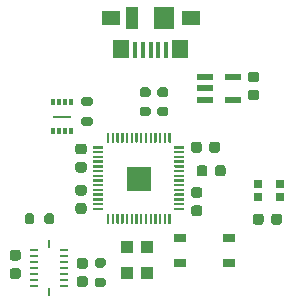
<source format=gbr>
%TF.GenerationSoftware,KiCad,Pcbnew,(5.1.10)-1*%
%TF.CreationDate,2021-10-26T10:29:25+05:30*%
%TF.ProjectId,RP2040+BMI,52503230-3430-42b4-924d-492e6b696361,rev?*%
%TF.SameCoordinates,Original*%
%TF.FileFunction,Paste,Top*%
%TF.FilePolarity,Positive*%
%FSLAX46Y46*%
G04 Gerber Fmt 4.6, Leading zero omitted, Abs format (unit mm)*
G04 Created by KiCad (PCBNEW (5.1.10)-1) date 2021-10-26 10:29:25*
%MOMM*%
%LPD*%
G01*
G04 APERTURE LIST*
%ADD10C,0.010000*%
%ADD11R,0.980000X1.100000*%
%ADD12R,0.700000X0.700000*%
%ADD13R,1.050000X0.650000*%
%ADD14R,1.600000X0.200000*%
%ADD15R,0.350000X0.490000*%
%ADD16R,0.250000X0.675000*%
%ADD17R,0.675000X0.250000*%
%ADD18R,1.350000X0.600000*%
%ADD19R,1.000000X1.900000*%
%ADD20R,1.800000X1.900000*%
%ADD21R,1.650000X1.300000*%
%ADD22R,1.425000X1.550000*%
%ADD23R,0.450000X1.380000*%
G04 APERTURE END LIST*
D10*
%TO.C,U1*%
G36*
X183020000Y-104020000D02*
G01*
X184980000Y-104020000D01*
X184980000Y-105980000D01*
X183020000Y-105980000D01*
X183020000Y-104020000D01*
G37*
X183020000Y-104020000D02*
X184980000Y-104020000D01*
X184980000Y-105980000D01*
X183020000Y-105980000D01*
X183020000Y-104020000D01*
%TD*%
D11*
%TO.C,U5*%
X183000000Y-110870000D03*
X183000000Y-113070000D03*
X184700000Y-113070000D03*
X184700000Y-110870000D03*
%TD*%
D12*
%TO.C,D1*%
X195925000Y-105490000D03*
X194095000Y-106590000D03*
X195925000Y-106590000D03*
X194095000Y-105490000D03*
%TD*%
D13*
%TO.C,SW1*%
X187505000Y-110065000D03*
X191655000Y-110065000D03*
X187505000Y-112215000D03*
X191655000Y-112215000D03*
%TD*%
D14*
%TO.C,U2*%
X177480000Y-99810000D03*
D15*
X178230000Y-101030000D03*
X177730000Y-101030000D03*
X177230000Y-101030000D03*
X176730000Y-101030000D03*
X176730000Y-98590000D03*
X177230000Y-98590000D03*
X177730000Y-98590000D03*
X178230000Y-98590000D03*
%TD*%
D16*
%TO.C,U4*%
X176360000Y-114622500D03*
D17*
X175097500Y-112610000D03*
X175097500Y-113110000D03*
X175097500Y-113610000D03*
X175097500Y-114110000D03*
X175097500Y-112110000D03*
X175097500Y-111610000D03*
X175097500Y-111110000D03*
X177622500Y-113610000D03*
X177622500Y-114110000D03*
X177622500Y-113110000D03*
X177622500Y-111110000D03*
X177622500Y-111610000D03*
D16*
X176360000Y-110597500D03*
D17*
X177622500Y-112610000D03*
X177622500Y-112110000D03*
%TD*%
D18*
%TO.C,U3*%
X189615000Y-96450000D03*
X189615000Y-97400000D03*
X189615000Y-98350000D03*
X191985000Y-98350000D03*
X191985000Y-96450000D03*
%TD*%
%TO.C,U1*%
G36*
G01*
X187015000Y-102494000D02*
X187015000Y-102306000D01*
G75*
G02*
X187021000Y-102300000I6000J0D01*
G01*
X187849000Y-102300000D01*
G75*
G02*
X187855000Y-102306000I0J-6000D01*
G01*
X187855000Y-102494000D01*
G75*
G02*
X187849000Y-102500000I-6000J0D01*
G01*
X187021000Y-102500000D01*
G75*
G02*
X187015000Y-102494000I0J6000D01*
G01*
G37*
G36*
G01*
X187015000Y-102894000D02*
X187015000Y-102706000D01*
G75*
G02*
X187021000Y-102700000I6000J0D01*
G01*
X187849000Y-102700000D01*
G75*
G02*
X187855000Y-102706000I0J-6000D01*
G01*
X187855000Y-102894000D01*
G75*
G02*
X187849000Y-102900000I-6000J0D01*
G01*
X187021000Y-102900000D01*
G75*
G02*
X187015000Y-102894000I0J6000D01*
G01*
G37*
G36*
G01*
X187015000Y-103294000D02*
X187015000Y-103106000D01*
G75*
G02*
X187021000Y-103100000I6000J0D01*
G01*
X187849000Y-103100000D01*
G75*
G02*
X187855000Y-103106000I0J-6000D01*
G01*
X187855000Y-103294000D01*
G75*
G02*
X187849000Y-103300000I-6000J0D01*
G01*
X187021000Y-103300000D01*
G75*
G02*
X187015000Y-103294000I0J6000D01*
G01*
G37*
G36*
G01*
X187015000Y-103694000D02*
X187015000Y-103506000D01*
G75*
G02*
X187021000Y-103500000I6000J0D01*
G01*
X187849000Y-103500000D01*
G75*
G02*
X187855000Y-103506000I0J-6000D01*
G01*
X187855000Y-103694000D01*
G75*
G02*
X187849000Y-103700000I-6000J0D01*
G01*
X187021000Y-103700000D01*
G75*
G02*
X187015000Y-103694000I0J6000D01*
G01*
G37*
G36*
G01*
X187015000Y-104094000D02*
X187015000Y-103906000D01*
G75*
G02*
X187021000Y-103900000I6000J0D01*
G01*
X187849000Y-103900000D01*
G75*
G02*
X187855000Y-103906000I0J-6000D01*
G01*
X187855000Y-104094000D01*
G75*
G02*
X187849000Y-104100000I-6000J0D01*
G01*
X187021000Y-104100000D01*
G75*
G02*
X187015000Y-104094000I0J6000D01*
G01*
G37*
G36*
G01*
X187015000Y-104494000D02*
X187015000Y-104306000D01*
G75*
G02*
X187021000Y-104300000I6000J0D01*
G01*
X187849000Y-104300000D01*
G75*
G02*
X187855000Y-104306000I0J-6000D01*
G01*
X187855000Y-104494000D01*
G75*
G02*
X187849000Y-104500000I-6000J0D01*
G01*
X187021000Y-104500000D01*
G75*
G02*
X187015000Y-104494000I0J6000D01*
G01*
G37*
G36*
G01*
X187015000Y-104894000D02*
X187015000Y-104706000D01*
G75*
G02*
X187021000Y-104700000I6000J0D01*
G01*
X187849000Y-104700000D01*
G75*
G02*
X187855000Y-104706000I0J-6000D01*
G01*
X187855000Y-104894000D01*
G75*
G02*
X187849000Y-104900000I-6000J0D01*
G01*
X187021000Y-104900000D01*
G75*
G02*
X187015000Y-104894000I0J6000D01*
G01*
G37*
G36*
G01*
X187015000Y-105294000D02*
X187015000Y-105106000D01*
G75*
G02*
X187021000Y-105100000I6000J0D01*
G01*
X187849000Y-105100000D01*
G75*
G02*
X187855000Y-105106000I0J-6000D01*
G01*
X187855000Y-105294000D01*
G75*
G02*
X187849000Y-105300000I-6000J0D01*
G01*
X187021000Y-105300000D01*
G75*
G02*
X187015000Y-105294000I0J6000D01*
G01*
G37*
G36*
G01*
X187015000Y-105694000D02*
X187015000Y-105506000D01*
G75*
G02*
X187021000Y-105500000I6000J0D01*
G01*
X187849000Y-105500000D01*
G75*
G02*
X187855000Y-105506000I0J-6000D01*
G01*
X187855000Y-105694000D01*
G75*
G02*
X187849000Y-105700000I-6000J0D01*
G01*
X187021000Y-105700000D01*
G75*
G02*
X187015000Y-105694000I0J6000D01*
G01*
G37*
G36*
G01*
X187015000Y-106094000D02*
X187015000Y-105906000D01*
G75*
G02*
X187021000Y-105900000I6000J0D01*
G01*
X187849000Y-105900000D01*
G75*
G02*
X187855000Y-105906000I0J-6000D01*
G01*
X187855000Y-106094000D01*
G75*
G02*
X187849000Y-106100000I-6000J0D01*
G01*
X187021000Y-106100000D01*
G75*
G02*
X187015000Y-106094000I0J6000D01*
G01*
G37*
G36*
G01*
X187015000Y-106494000D02*
X187015000Y-106306000D01*
G75*
G02*
X187021000Y-106300000I6000J0D01*
G01*
X187849000Y-106300000D01*
G75*
G02*
X187855000Y-106306000I0J-6000D01*
G01*
X187855000Y-106494000D01*
G75*
G02*
X187849000Y-106500000I-6000J0D01*
G01*
X187021000Y-106500000D01*
G75*
G02*
X187015000Y-106494000I0J6000D01*
G01*
G37*
G36*
G01*
X187015000Y-106894000D02*
X187015000Y-106706000D01*
G75*
G02*
X187021000Y-106700000I6000J0D01*
G01*
X187849000Y-106700000D01*
G75*
G02*
X187855000Y-106706000I0J-6000D01*
G01*
X187855000Y-106894000D01*
G75*
G02*
X187849000Y-106900000I-6000J0D01*
G01*
X187021000Y-106900000D01*
G75*
G02*
X187015000Y-106894000I0J6000D01*
G01*
G37*
G36*
G01*
X187015000Y-107294000D02*
X187015000Y-107106000D01*
G75*
G02*
X187021000Y-107100000I6000J0D01*
G01*
X187849000Y-107100000D01*
G75*
G02*
X187855000Y-107106000I0J-6000D01*
G01*
X187855000Y-107294000D01*
G75*
G02*
X187849000Y-107300000I-6000J0D01*
G01*
X187021000Y-107300000D01*
G75*
G02*
X187015000Y-107294000I0J6000D01*
G01*
G37*
G36*
G01*
X187015000Y-107694000D02*
X187015000Y-107506000D01*
G75*
G02*
X187021000Y-107500000I6000J0D01*
G01*
X187849000Y-107500000D01*
G75*
G02*
X187855000Y-107506000I0J-6000D01*
G01*
X187855000Y-107694000D01*
G75*
G02*
X187849000Y-107700000I-6000J0D01*
G01*
X187021000Y-107700000D01*
G75*
G02*
X187015000Y-107694000I0J6000D01*
G01*
G37*
G36*
G01*
X180145000Y-107694000D02*
X180145000Y-107506000D01*
G75*
G02*
X180151000Y-107500000I6000J0D01*
G01*
X180979000Y-107500000D01*
G75*
G02*
X180985000Y-107506000I0J-6000D01*
G01*
X180985000Y-107694000D01*
G75*
G02*
X180979000Y-107700000I-6000J0D01*
G01*
X180151000Y-107700000D01*
G75*
G02*
X180145000Y-107694000I0J6000D01*
G01*
G37*
G36*
G01*
X180145000Y-107294000D02*
X180145000Y-107106000D01*
G75*
G02*
X180151000Y-107100000I6000J0D01*
G01*
X180979000Y-107100000D01*
G75*
G02*
X180985000Y-107106000I0J-6000D01*
G01*
X180985000Y-107294000D01*
G75*
G02*
X180979000Y-107300000I-6000J0D01*
G01*
X180151000Y-107300000D01*
G75*
G02*
X180145000Y-107294000I0J6000D01*
G01*
G37*
G36*
G01*
X180145000Y-106894000D02*
X180145000Y-106706000D01*
G75*
G02*
X180151000Y-106700000I6000J0D01*
G01*
X180979000Y-106700000D01*
G75*
G02*
X180985000Y-106706000I0J-6000D01*
G01*
X180985000Y-106894000D01*
G75*
G02*
X180979000Y-106900000I-6000J0D01*
G01*
X180151000Y-106900000D01*
G75*
G02*
X180145000Y-106894000I0J6000D01*
G01*
G37*
G36*
G01*
X180145000Y-106494000D02*
X180145000Y-106306000D01*
G75*
G02*
X180151000Y-106300000I6000J0D01*
G01*
X180979000Y-106300000D01*
G75*
G02*
X180985000Y-106306000I0J-6000D01*
G01*
X180985000Y-106494000D01*
G75*
G02*
X180979000Y-106500000I-6000J0D01*
G01*
X180151000Y-106500000D01*
G75*
G02*
X180145000Y-106494000I0J6000D01*
G01*
G37*
G36*
G01*
X180145000Y-106094000D02*
X180145000Y-105906000D01*
G75*
G02*
X180151000Y-105900000I6000J0D01*
G01*
X180979000Y-105900000D01*
G75*
G02*
X180985000Y-105906000I0J-6000D01*
G01*
X180985000Y-106094000D01*
G75*
G02*
X180979000Y-106100000I-6000J0D01*
G01*
X180151000Y-106100000D01*
G75*
G02*
X180145000Y-106094000I0J6000D01*
G01*
G37*
G36*
G01*
X180145000Y-105694000D02*
X180145000Y-105506000D01*
G75*
G02*
X180151000Y-105500000I6000J0D01*
G01*
X180979000Y-105500000D01*
G75*
G02*
X180985000Y-105506000I0J-6000D01*
G01*
X180985000Y-105694000D01*
G75*
G02*
X180979000Y-105700000I-6000J0D01*
G01*
X180151000Y-105700000D01*
G75*
G02*
X180145000Y-105694000I0J6000D01*
G01*
G37*
G36*
G01*
X180145000Y-105294000D02*
X180145000Y-105106000D01*
G75*
G02*
X180151000Y-105100000I6000J0D01*
G01*
X180979000Y-105100000D01*
G75*
G02*
X180985000Y-105106000I0J-6000D01*
G01*
X180985000Y-105294000D01*
G75*
G02*
X180979000Y-105300000I-6000J0D01*
G01*
X180151000Y-105300000D01*
G75*
G02*
X180145000Y-105294000I0J6000D01*
G01*
G37*
G36*
G01*
X180145000Y-104894000D02*
X180145000Y-104706000D01*
G75*
G02*
X180151000Y-104700000I6000J0D01*
G01*
X180979000Y-104700000D01*
G75*
G02*
X180985000Y-104706000I0J-6000D01*
G01*
X180985000Y-104894000D01*
G75*
G02*
X180979000Y-104900000I-6000J0D01*
G01*
X180151000Y-104900000D01*
G75*
G02*
X180145000Y-104894000I0J6000D01*
G01*
G37*
G36*
G01*
X180145000Y-104494000D02*
X180145000Y-104306000D01*
G75*
G02*
X180151000Y-104300000I6000J0D01*
G01*
X180979000Y-104300000D01*
G75*
G02*
X180985000Y-104306000I0J-6000D01*
G01*
X180985000Y-104494000D01*
G75*
G02*
X180979000Y-104500000I-6000J0D01*
G01*
X180151000Y-104500000D01*
G75*
G02*
X180145000Y-104494000I0J6000D01*
G01*
G37*
G36*
G01*
X180145000Y-104094000D02*
X180145000Y-103906000D01*
G75*
G02*
X180151000Y-103900000I6000J0D01*
G01*
X180979000Y-103900000D01*
G75*
G02*
X180985000Y-103906000I0J-6000D01*
G01*
X180985000Y-104094000D01*
G75*
G02*
X180979000Y-104100000I-6000J0D01*
G01*
X180151000Y-104100000D01*
G75*
G02*
X180145000Y-104094000I0J6000D01*
G01*
G37*
G36*
G01*
X180145000Y-103694000D02*
X180145000Y-103506000D01*
G75*
G02*
X180151000Y-103500000I6000J0D01*
G01*
X180979000Y-103500000D01*
G75*
G02*
X180985000Y-103506000I0J-6000D01*
G01*
X180985000Y-103694000D01*
G75*
G02*
X180979000Y-103700000I-6000J0D01*
G01*
X180151000Y-103700000D01*
G75*
G02*
X180145000Y-103694000I0J6000D01*
G01*
G37*
G36*
G01*
X180145000Y-103294000D02*
X180145000Y-103106000D01*
G75*
G02*
X180151000Y-103100000I6000J0D01*
G01*
X180979000Y-103100000D01*
G75*
G02*
X180985000Y-103106000I0J-6000D01*
G01*
X180985000Y-103294000D01*
G75*
G02*
X180979000Y-103300000I-6000J0D01*
G01*
X180151000Y-103300000D01*
G75*
G02*
X180145000Y-103294000I0J6000D01*
G01*
G37*
G36*
G01*
X180145000Y-102894000D02*
X180145000Y-102706000D01*
G75*
G02*
X180151000Y-102700000I6000J0D01*
G01*
X180979000Y-102700000D01*
G75*
G02*
X180985000Y-102706000I0J-6000D01*
G01*
X180985000Y-102894000D01*
G75*
G02*
X180979000Y-102900000I-6000J0D01*
G01*
X180151000Y-102900000D01*
G75*
G02*
X180145000Y-102894000I0J6000D01*
G01*
G37*
G36*
G01*
X180145000Y-102494000D02*
X180145000Y-102306000D01*
G75*
G02*
X180151000Y-102300000I6000J0D01*
G01*
X180979000Y-102300000D01*
G75*
G02*
X180985000Y-102306000I0J-6000D01*
G01*
X180985000Y-102494000D01*
G75*
G02*
X180979000Y-102500000I-6000J0D01*
G01*
X180151000Y-102500000D01*
G75*
G02*
X180145000Y-102494000I0J6000D01*
G01*
G37*
G36*
G01*
X181300000Y-101965000D02*
X181300000Y-101165000D01*
G75*
G02*
X181320000Y-101145000I20000J0D01*
G01*
X181480000Y-101145000D01*
G75*
G02*
X181500000Y-101165000I0J-20000D01*
G01*
X181500000Y-101965000D01*
G75*
G02*
X181480000Y-101985000I-20000J0D01*
G01*
X181320000Y-101985000D01*
G75*
G02*
X181300000Y-101965000I0J20000D01*
G01*
G37*
G36*
G01*
X181700000Y-101965000D02*
X181700000Y-101165000D01*
G75*
G02*
X181720000Y-101145000I20000J0D01*
G01*
X181880000Y-101145000D01*
G75*
G02*
X181900000Y-101165000I0J-20000D01*
G01*
X181900000Y-101965000D01*
G75*
G02*
X181880000Y-101985000I-20000J0D01*
G01*
X181720000Y-101985000D01*
G75*
G02*
X181700000Y-101965000I0J20000D01*
G01*
G37*
G36*
G01*
X182100000Y-101965000D02*
X182100000Y-101165000D01*
G75*
G02*
X182120000Y-101145000I20000J0D01*
G01*
X182280000Y-101145000D01*
G75*
G02*
X182300000Y-101165000I0J-20000D01*
G01*
X182300000Y-101965000D01*
G75*
G02*
X182280000Y-101985000I-20000J0D01*
G01*
X182120000Y-101985000D01*
G75*
G02*
X182100000Y-101965000I0J20000D01*
G01*
G37*
G36*
G01*
X182500000Y-101965000D02*
X182500000Y-101165000D01*
G75*
G02*
X182520000Y-101145000I20000J0D01*
G01*
X182680000Y-101145000D01*
G75*
G02*
X182700000Y-101165000I0J-20000D01*
G01*
X182700000Y-101965000D01*
G75*
G02*
X182680000Y-101985000I-20000J0D01*
G01*
X182520000Y-101985000D01*
G75*
G02*
X182500000Y-101965000I0J20000D01*
G01*
G37*
G36*
G01*
X182900000Y-101965000D02*
X182900000Y-101165000D01*
G75*
G02*
X182920000Y-101145000I20000J0D01*
G01*
X183080000Y-101145000D01*
G75*
G02*
X183100000Y-101165000I0J-20000D01*
G01*
X183100000Y-101965000D01*
G75*
G02*
X183080000Y-101985000I-20000J0D01*
G01*
X182920000Y-101985000D01*
G75*
G02*
X182900000Y-101965000I0J20000D01*
G01*
G37*
G36*
G01*
X183300000Y-101965000D02*
X183300000Y-101165000D01*
G75*
G02*
X183320000Y-101145000I20000J0D01*
G01*
X183480000Y-101145000D01*
G75*
G02*
X183500000Y-101165000I0J-20000D01*
G01*
X183500000Y-101965000D01*
G75*
G02*
X183480000Y-101985000I-20000J0D01*
G01*
X183320000Y-101985000D01*
G75*
G02*
X183300000Y-101965000I0J20000D01*
G01*
G37*
G36*
G01*
X183700000Y-101965000D02*
X183700000Y-101165000D01*
G75*
G02*
X183720000Y-101145000I20000J0D01*
G01*
X183880000Y-101145000D01*
G75*
G02*
X183900000Y-101165000I0J-20000D01*
G01*
X183900000Y-101965000D01*
G75*
G02*
X183880000Y-101985000I-20000J0D01*
G01*
X183720000Y-101985000D01*
G75*
G02*
X183700000Y-101965000I0J20000D01*
G01*
G37*
G36*
G01*
X184100000Y-101965000D02*
X184100000Y-101165000D01*
G75*
G02*
X184120000Y-101145000I20000J0D01*
G01*
X184280000Y-101145000D01*
G75*
G02*
X184300000Y-101165000I0J-20000D01*
G01*
X184300000Y-101965000D01*
G75*
G02*
X184280000Y-101985000I-20000J0D01*
G01*
X184120000Y-101985000D01*
G75*
G02*
X184100000Y-101965000I0J20000D01*
G01*
G37*
G36*
G01*
X184500000Y-101965000D02*
X184500000Y-101165000D01*
G75*
G02*
X184520000Y-101145000I20000J0D01*
G01*
X184680000Y-101145000D01*
G75*
G02*
X184700000Y-101165000I0J-20000D01*
G01*
X184700000Y-101965000D01*
G75*
G02*
X184680000Y-101985000I-20000J0D01*
G01*
X184520000Y-101985000D01*
G75*
G02*
X184500000Y-101965000I0J20000D01*
G01*
G37*
G36*
G01*
X184900000Y-101965000D02*
X184900000Y-101165000D01*
G75*
G02*
X184920000Y-101145000I20000J0D01*
G01*
X185080000Y-101145000D01*
G75*
G02*
X185100000Y-101165000I0J-20000D01*
G01*
X185100000Y-101965000D01*
G75*
G02*
X185080000Y-101985000I-20000J0D01*
G01*
X184920000Y-101985000D01*
G75*
G02*
X184900000Y-101965000I0J20000D01*
G01*
G37*
G36*
G01*
X185300000Y-101965000D02*
X185300000Y-101165000D01*
G75*
G02*
X185320000Y-101145000I20000J0D01*
G01*
X185480000Y-101145000D01*
G75*
G02*
X185500000Y-101165000I0J-20000D01*
G01*
X185500000Y-101965000D01*
G75*
G02*
X185480000Y-101985000I-20000J0D01*
G01*
X185320000Y-101985000D01*
G75*
G02*
X185300000Y-101965000I0J20000D01*
G01*
G37*
G36*
G01*
X185700000Y-101965000D02*
X185700000Y-101165000D01*
G75*
G02*
X185720000Y-101145000I20000J0D01*
G01*
X185880000Y-101145000D01*
G75*
G02*
X185900000Y-101165000I0J-20000D01*
G01*
X185900000Y-101965000D01*
G75*
G02*
X185880000Y-101985000I-20000J0D01*
G01*
X185720000Y-101985000D01*
G75*
G02*
X185700000Y-101965000I0J20000D01*
G01*
G37*
G36*
G01*
X186100000Y-101965000D02*
X186100000Y-101165000D01*
G75*
G02*
X186120000Y-101145000I20000J0D01*
G01*
X186280000Y-101145000D01*
G75*
G02*
X186300000Y-101165000I0J-20000D01*
G01*
X186300000Y-101965000D01*
G75*
G02*
X186280000Y-101985000I-20000J0D01*
G01*
X186120000Y-101985000D01*
G75*
G02*
X186100000Y-101965000I0J20000D01*
G01*
G37*
G36*
G01*
X186500000Y-101965000D02*
X186500000Y-101165000D01*
G75*
G02*
X186520000Y-101145000I20000J0D01*
G01*
X186680000Y-101145000D01*
G75*
G02*
X186700000Y-101165000I0J-20000D01*
G01*
X186700000Y-101965000D01*
G75*
G02*
X186680000Y-101985000I-20000J0D01*
G01*
X186520000Y-101985000D01*
G75*
G02*
X186500000Y-101965000I0J20000D01*
G01*
G37*
G36*
G01*
X186500000Y-108835000D02*
X186500000Y-108035000D01*
G75*
G02*
X186520000Y-108015000I20000J0D01*
G01*
X186680000Y-108015000D01*
G75*
G02*
X186700000Y-108035000I0J-20000D01*
G01*
X186700000Y-108835000D01*
G75*
G02*
X186680000Y-108855000I-20000J0D01*
G01*
X186520000Y-108855000D01*
G75*
G02*
X186500000Y-108835000I0J20000D01*
G01*
G37*
G36*
G01*
X186100000Y-108835000D02*
X186100000Y-108035000D01*
G75*
G02*
X186120000Y-108015000I20000J0D01*
G01*
X186280000Y-108015000D01*
G75*
G02*
X186300000Y-108035000I0J-20000D01*
G01*
X186300000Y-108835000D01*
G75*
G02*
X186280000Y-108855000I-20000J0D01*
G01*
X186120000Y-108855000D01*
G75*
G02*
X186100000Y-108835000I0J20000D01*
G01*
G37*
G36*
G01*
X185700000Y-108835000D02*
X185700000Y-108035000D01*
G75*
G02*
X185720000Y-108015000I20000J0D01*
G01*
X185880000Y-108015000D01*
G75*
G02*
X185900000Y-108035000I0J-20000D01*
G01*
X185900000Y-108835000D01*
G75*
G02*
X185880000Y-108855000I-20000J0D01*
G01*
X185720000Y-108855000D01*
G75*
G02*
X185700000Y-108835000I0J20000D01*
G01*
G37*
G36*
G01*
X185300000Y-108835000D02*
X185300000Y-108035000D01*
G75*
G02*
X185320000Y-108015000I20000J0D01*
G01*
X185480000Y-108015000D01*
G75*
G02*
X185500000Y-108035000I0J-20000D01*
G01*
X185500000Y-108835000D01*
G75*
G02*
X185480000Y-108855000I-20000J0D01*
G01*
X185320000Y-108855000D01*
G75*
G02*
X185300000Y-108835000I0J20000D01*
G01*
G37*
G36*
G01*
X184900000Y-108835000D02*
X184900000Y-108035000D01*
G75*
G02*
X184920000Y-108015000I20000J0D01*
G01*
X185080000Y-108015000D01*
G75*
G02*
X185100000Y-108035000I0J-20000D01*
G01*
X185100000Y-108835000D01*
G75*
G02*
X185080000Y-108855000I-20000J0D01*
G01*
X184920000Y-108855000D01*
G75*
G02*
X184900000Y-108835000I0J20000D01*
G01*
G37*
G36*
G01*
X184500000Y-108835000D02*
X184500000Y-108035000D01*
G75*
G02*
X184520000Y-108015000I20000J0D01*
G01*
X184680000Y-108015000D01*
G75*
G02*
X184700000Y-108035000I0J-20000D01*
G01*
X184700000Y-108835000D01*
G75*
G02*
X184680000Y-108855000I-20000J0D01*
G01*
X184520000Y-108855000D01*
G75*
G02*
X184500000Y-108835000I0J20000D01*
G01*
G37*
G36*
G01*
X184100000Y-108835000D02*
X184100000Y-108035000D01*
G75*
G02*
X184120000Y-108015000I20000J0D01*
G01*
X184280000Y-108015000D01*
G75*
G02*
X184300000Y-108035000I0J-20000D01*
G01*
X184300000Y-108835000D01*
G75*
G02*
X184280000Y-108855000I-20000J0D01*
G01*
X184120000Y-108855000D01*
G75*
G02*
X184100000Y-108835000I0J20000D01*
G01*
G37*
G36*
G01*
X183700000Y-108835000D02*
X183700000Y-108035000D01*
G75*
G02*
X183720000Y-108015000I20000J0D01*
G01*
X183880000Y-108015000D01*
G75*
G02*
X183900000Y-108035000I0J-20000D01*
G01*
X183900000Y-108835000D01*
G75*
G02*
X183880000Y-108855000I-20000J0D01*
G01*
X183720000Y-108855000D01*
G75*
G02*
X183700000Y-108835000I0J20000D01*
G01*
G37*
G36*
G01*
X183300000Y-108835000D02*
X183300000Y-108035000D01*
G75*
G02*
X183320000Y-108015000I20000J0D01*
G01*
X183480000Y-108015000D01*
G75*
G02*
X183500000Y-108035000I0J-20000D01*
G01*
X183500000Y-108835000D01*
G75*
G02*
X183480000Y-108855000I-20000J0D01*
G01*
X183320000Y-108855000D01*
G75*
G02*
X183300000Y-108835000I0J20000D01*
G01*
G37*
G36*
G01*
X182900000Y-108835000D02*
X182900000Y-108035000D01*
G75*
G02*
X182920000Y-108015000I20000J0D01*
G01*
X183080000Y-108015000D01*
G75*
G02*
X183100000Y-108035000I0J-20000D01*
G01*
X183100000Y-108835000D01*
G75*
G02*
X183080000Y-108855000I-20000J0D01*
G01*
X182920000Y-108855000D01*
G75*
G02*
X182900000Y-108835000I0J20000D01*
G01*
G37*
G36*
G01*
X182500000Y-108835000D02*
X182500000Y-108035000D01*
G75*
G02*
X182520000Y-108015000I20000J0D01*
G01*
X182680000Y-108015000D01*
G75*
G02*
X182700000Y-108035000I0J-20000D01*
G01*
X182700000Y-108835000D01*
G75*
G02*
X182680000Y-108855000I-20000J0D01*
G01*
X182520000Y-108855000D01*
G75*
G02*
X182500000Y-108835000I0J20000D01*
G01*
G37*
G36*
G01*
X182100000Y-108835000D02*
X182100000Y-108035000D01*
G75*
G02*
X182120000Y-108015000I20000J0D01*
G01*
X182280000Y-108015000D01*
G75*
G02*
X182300000Y-108035000I0J-20000D01*
G01*
X182300000Y-108835000D01*
G75*
G02*
X182280000Y-108855000I-20000J0D01*
G01*
X182120000Y-108855000D01*
G75*
G02*
X182100000Y-108835000I0J20000D01*
G01*
G37*
G36*
G01*
X181700000Y-108835000D02*
X181700000Y-108035000D01*
G75*
G02*
X181720000Y-108015000I20000J0D01*
G01*
X181880000Y-108015000D01*
G75*
G02*
X181900000Y-108035000I0J-20000D01*
G01*
X181900000Y-108835000D01*
G75*
G02*
X181880000Y-108855000I-20000J0D01*
G01*
X181720000Y-108855000D01*
G75*
G02*
X181700000Y-108835000I0J20000D01*
G01*
G37*
G36*
G01*
X181300000Y-108835000D02*
X181300000Y-108035000D01*
G75*
G02*
X181320000Y-108015000I20000J0D01*
G01*
X181480000Y-108015000D01*
G75*
G02*
X181500000Y-108035000I0J-20000D01*
G01*
X181500000Y-108835000D01*
G75*
G02*
X181480000Y-108855000I-20000J0D01*
G01*
X181320000Y-108855000D01*
G75*
G02*
X181300000Y-108835000I0J20000D01*
G01*
G37*
%TD*%
%TO.C,R6*%
G36*
G01*
X180445000Y-113425000D02*
X180995000Y-113425000D01*
G75*
G02*
X181195000Y-113625000I0J-200000D01*
G01*
X181195000Y-114025000D01*
G75*
G02*
X180995000Y-114225000I-200000J0D01*
G01*
X180445000Y-114225000D01*
G75*
G02*
X180245000Y-114025000I0J200000D01*
G01*
X180245000Y-113625000D01*
G75*
G02*
X180445000Y-113425000I200000J0D01*
G01*
G37*
G36*
G01*
X180445000Y-111775000D02*
X180995000Y-111775000D01*
G75*
G02*
X181195000Y-111975000I0J-200000D01*
G01*
X181195000Y-112375000D01*
G75*
G02*
X180995000Y-112575000I-200000J0D01*
G01*
X180445000Y-112575000D01*
G75*
G02*
X180245000Y-112375000I0J200000D01*
G01*
X180245000Y-111975000D01*
G75*
G02*
X180445000Y-111775000I200000J0D01*
G01*
G37*
%TD*%
%TO.C,R5*%
G36*
G01*
X175155000Y-108175000D02*
X175155000Y-108725000D01*
G75*
G02*
X174955000Y-108925000I-200000J0D01*
G01*
X174555000Y-108925000D01*
G75*
G02*
X174355000Y-108725000I0J200000D01*
G01*
X174355000Y-108175000D01*
G75*
G02*
X174555000Y-107975000I200000J0D01*
G01*
X174955000Y-107975000D01*
G75*
G02*
X175155000Y-108175000I0J-200000D01*
G01*
G37*
G36*
G01*
X176805000Y-108175000D02*
X176805000Y-108725000D01*
G75*
G02*
X176605000Y-108925000I-200000J0D01*
G01*
X176205000Y-108925000D01*
G75*
G02*
X176005000Y-108725000I0J200000D01*
G01*
X176005000Y-108175000D01*
G75*
G02*
X176205000Y-107975000I200000J0D01*
G01*
X176605000Y-107975000D01*
G75*
G02*
X176805000Y-108175000I0J-200000D01*
G01*
G37*
%TD*%
%TO.C,R4*%
G36*
G01*
X185755000Y-98975000D02*
X186305000Y-98975000D01*
G75*
G02*
X186505000Y-99175000I0J-200000D01*
G01*
X186505000Y-99575000D01*
G75*
G02*
X186305000Y-99775000I-200000J0D01*
G01*
X185755000Y-99775000D01*
G75*
G02*
X185555000Y-99575000I0J200000D01*
G01*
X185555000Y-99175000D01*
G75*
G02*
X185755000Y-98975000I200000J0D01*
G01*
G37*
G36*
G01*
X185755000Y-97325000D02*
X186305000Y-97325000D01*
G75*
G02*
X186505000Y-97525000I0J-200000D01*
G01*
X186505000Y-97925000D01*
G75*
G02*
X186305000Y-98125000I-200000J0D01*
G01*
X185755000Y-98125000D01*
G75*
G02*
X185555000Y-97925000I0J200000D01*
G01*
X185555000Y-97525000D01*
G75*
G02*
X185755000Y-97325000I200000J0D01*
G01*
G37*
%TD*%
%TO.C,R3*%
G36*
G01*
X184255000Y-98975000D02*
X184805000Y-98975000D01*
G75*
G02*
X185005000Y-99175000I0J-200000D01*
G01*
X185005000Y-99575000D01*
G75*
G02*
X184805000Y-99775000I-200000J0D01*
G01*
X184255000Y-99775000D01*
G75*
G02*
X184055000Y-99575000I0J200000D01*
G01*
X184055000Y-99175000D01*
G75*
G02*
X184255000Y-98975000I200000J0D01*
G01*
G37*
G36*
G01*
X184255000Y-97325000D02*
X184805000Y-97325000D01*
G75*
G02*
X185005000Y-97525000I0J-200000D01*
G01*
X185005000Y-97925000D01*
G75*
G02*
X184805000Y-98125000I-200000J0D01*
G01*
X184255000Y-98125000D01*
G75*
G02*
X184055000Y-97925000I0J200000D01*
G01*
X184055000Y-97525000D01*
G75*
G02*
X184255000Y-97325000I200000J0D01*
G01*
G37*
%TD*%
%TO.C,R1*%
G36*
G01*
X179335000Y-99785000D02*
X179885000Y-99785000D01*
G75*
G02*
X180085000Y-99985000I0J-200000D01*
G01*
X180085000Y-100385000D01*
G75*
G02*
X179885000Y-100585000I-200000J0D01*
G01*
X179335000Y-100585000D01*
G75*
G02*
X179135000Y-100385000I0J200000D01*
G01*
X179135000Y-99985000D01*
G75*
G02*
X179335000Y-99785000I200000J0D01*
G01*
G37*
G36*
G01*
X179335000Y-98135000D02*
X179885000Y-98135000D01*
G75*
G02*
X180085000Y-98335000I0J-200000D01*
G01*
X180085000Y-98735000D01*
G75*
G02*
X179885000Y-98935000I-200000J0D01*
G01*
X179335000Y-98935000D01*
G75*
G02*
X179135000Y-98735000I0J200000D01*
G01*
X179135000Y-98335000D01*
G75*
G02*
X179335000Y-98135000I200000J0D01*
G01*
G37*
%TD*%
D19*
%TO.C,J1*%
X183460000Y-91450000D03*
D20*
X186160000Y-91450000D03*
D21*
X181635000Y-91450000D03*
X188385000Y-91450000D03*
D22*
X182522500Y-94025000D03*
X187497500Y-94025000D03*
D23*
X183710000Y-94110000D03*
X184360000Y-94110000D03*
X185010000Y-94110000D03*
X185660000Y-94110000D03*
X186310000Y-94110000D03*
%TD*%
%TO.C,C20*%
G36*
G01*
X178850000Y-103625000D02*
X179350000Y-103625000D01*
G75*
G02*
X179575000Y-103850000I0J-225000D01*
G01*
X179575000Y-104300000D01*
G75*
G02*
X179350000Y-104525000I-225000J0D01*
G01*
X178850000Y-104525000D01*
G75*
G02*
X178625000Y-104300000I0J225000D01*
G01*
X178625000Y-103850000D01*
G75*
G02*
X178850000Y-103625000I225000J0D01*
G01*
G37*
G36*
G01*
X178850000Y-102075000D02*
X179350000Y-102075000D01*
G75*
G02*
X179575000Y-102300000I0J-225000D01*
G01*
X179575000Y-102750000D01*
G75*
G02*
X179350000Y-102975000I-225000J0D01*
G01*
X178850000Y-102975000D01*
G75*
G02*
X178625000Y-102750000I0J225000D01*
G01*
X178625000Y-102300000D01*
G75*
G02*
X178850000Y-102075000I225000J0D01*
G01*
G37*
%TD*%
%TO.C,C17*%
G36*
G01*
X178950000Y-113315000D02*
X179450000Y-113315000D01*
G75*
G02*
X179675000Y-113540000I0J-225000D01*
G01*
X179675000Y-113990000D01*
G75*
G02*
X179450000Y-114215000I-225000J0D01*
G01*
X178950000Y-114215000D01*
G75*
G02*
X178725000Y-113990000I0J225000D01*
G01*
X178725000Y-113540000D01*
G75*
G02*
X178950000Y-113315000I225000J0D01*
G01*
G37*
G36*
G01*
X178950000Y-111765000D02*
X179450000Y-111765000D01*
G75*
G02*
X179675000Y-111990000I0J-225000D01*
G01*
X179675000Y-112440000D01*
G75*
G02*
X179450000Y-112665000I-225000J0D01*
G01*
X178950000Y-112665000D01*
G75*
G02*
X178725000Y-112440000I0J225000D01*
G01*
X178725000Y-111990000D01*
G75*
G02*
X178950000Y-111765000I225000J0D01*
G01*
G37*
%TD*%
%TO.C,C16*%
G36*
G01*
X188650000Y-107315000D02*
X189150000Y-107315000D01*
G75*
G02*
X189375000Y-107540000I0J-225000D01*
G01*
X189375000Y-107990000D01*
G75*
G02*
X189150000Y-108215000I-225000J0D01*
G01*
X188650000Y-108215000D01*
G75*
G02*
X188425000Y-107990000I0J225000D01*
G01*
X188425000Y-107540000D01*
G75*
G02*
X188650000Y-107315000I225000J0D01*
G01*
G37*
G36*
G01*
X188650000Y-105765000D02*
X189150000Y-105765000D01*
G75*
G02*
X189375000Y-105990000I0J-225000D01*
G01*
X189375000Y-106440000D01*
G75*
G02*
X189150000Y-106665000I-225000J0D01*
G01*
X188650000Y-106665000D01*
G75*
G02*
X188425000Y-106440000I0J225000D01*
G01*
X188425000Y-105990000D01*
G75*
G02*
X188650000Y-105765000I225000J0D01*
G01*
G37*
%TD*%
%TO.C,C14*%
G36*
G01*
X173780000Y-111975000D02*
X173280000Y-111975000D01*
G75*
G02*
X173055000Y-111750000I0J225000D01*
G01*
X173055000Y-111300000D01*
G75*
G02*
X173280000Y-111075000I225000J0D01*
G01*
X173780000Y-111075000D01*
G75*
G02*
X174005000Y-111300000I0J-225000D01*
G01*
X174005000Y-111750000D01*
G75*
G02*
X173780000Y-111975000I-225000J0D01*
G01*
G37*
G36*
G01*
X173780000Y-113525000D02*
X173280000Y-113525000D01*
G75*
G02*
X173055000Y-113300000I0J225000D01*
G01*
X173055000Y-112850000D01*
G75*
G02*
X173280000Y-112625000I225000J0D01*
G01*
X173780000Y-112625000D01*
G75*
G02*
X174005000Y-112850000I0J-225000D01*
G01*
X174005000Y-113300000D01*
G75*
G02*
X173780000Y-113525000I-225000J0D01*
G01*
G37*
%TD*%
%TO.C,C13*%
G36*
G01*
X195205000Y-108730000D02*
X195205000Y-108230000D01*
G75*
G02*
X195430000Y-108005000I225000J0D01*
G01*
X195880000Y-108005000D01*
G75*
G02*
X196105000Y-108230000I0J-225000D01*
G01*
X196105000Y-108730000D01*
G75*
G02*
X195880000Y-108955000I-225000J0D01*
G01*
X195430000Y-108955000D01*
G75*
G02*
X195205000Y-108730000I0J225000D01*
G01*
G37*
G36*
G01*
X193655000Y-108730000D02*
X193655000Y-108230000D01*
G75*
G02*
X193880000Y-108005000I225000J0D01*
G01*
X194330000Y-108005000D01*
G75*
G02*
X194555000Y-108230000I0J-225000D01*
G01*
X194555000Y-108730000D01*
G75*
G02*
X194330000Y-108955000I-225000J0D01*
G01*
X193880000Y-108955000D01*
G75*
G02*
X193655000Y-108730000I0J225000D01*
G01*
G37*
%TD*%
%TO.C,C12*%
G36*
G01*
X190445000Y-104630000D02*
X190445000Y-104130000D01*
G75*
G02*
X190670000Y-103905000I225000J0D01*
G01*
X191120000Y-103905000D01*
G75*
G02*
X191345000Y-104130000I0J-225000D01*
G01*
X191345000Y-104630000D01*
G75*
G02*
X191120000Y-104855000I-225000J0D01*
G01*
X190670000Y-104855000D01*
G75*
G02*
X190445000Y-104630000I0J225000D01*
G01*
G37*
G36*
G01*
X188895000Y-104630000D02*
X188895000Y-104130000D01*
G75*
G02*
X189120000Y-103905000I225000J0D01*
G01*
X189570000Y-103905000D01*
G75*
G02*
X189795000Y-104130000I0J-225000D01*
G01*
X189795000Y-104630000D01*
G75*
G02*
X189570000Y-104855000I-225000J0D01*
G01*
X189120000Y-104855000D01*
G75*
G02*
X188895000Y-104630000I0J225000D01*
G01*
G37*
%TD*%
%TO.C,C10*%
G36*
G01*
X189965000Y-102640000D02*
X189965000Y-102140000D01*
G75*
G02*
X190190000Y-101915000I225000J0D01*
G01*
X190640000Y-101915000D01*
G75*
G02*
X190865000Y-102140000I0J-225000D01*
G01*
X190865000Y-102640000D01*
G75*
G02*
X190640000Y-102865000I-225000J0D01*
G01*
X190190000Y-102865000D01*
G75*
G02*
X189965000Y-102640000I0J225000D01*
G01*
G37*
G36*
G01*
X188415000Y-102640000D02*
X188415000Y-102140000D01*
G75*
G02*
X188640000Y-101915000I225000J0D01*
G01*
X189090000Y-101915000D01*
G75*
G02*
X189315000Y-102140000I0J-225000D01*
G01*
X189315000Y-102640000D01*
G75*
G02*
X189090000Y-102865000I-225000J0D01*
G01*
X188640000Y-102865000D01*
G75*
G02*
X188415000Y-102640000I0J225000D01*
G01*
G37*
%TD*%
%TO.C,C4*%
G36*
G01*
X193450000Y-97525000D02*
X193950000Y-97525000D01*
G75*
G02*
X194175000Y-97750000I0J-225000D01*
G01*
X194175000Y-98200000D01*
G75*
G02*
X193950000Y-98425000I-225000J0D01*
G01*
X193450000Y-98425000D01*
G75*
G02*
X193225000Y-98200000I0J225000D01*
G01*
X193225000Y-97750000D01*
G75*
G02*
X193450000Y-97525000I225000J0D01*
G01*
G37*
G36*
G01*
X193450000Y-95975000D02*
X193950000Y-95975000D01*
G75*
G02*
X194175000Y-96200000I0J-225000D01*
G01*
X194175000Y-96650000D01*
G75*
G02*
X193950000Y-96875000I-225000J0D01*
G01*
X193450000Y-96875000D01*
G75*
G02*
X193225000Y-96650000I0J225000D01*
G01*
X193225000Y-96200000D01*
G75*
G02*
X193450000Y-95975000I225000J0D01*
G01*
G37*
%TD*%
%TO.C,C1*%
G36*
G01*
X178850000Y-107125000D02*
X179350000Y-107125000D01*
G75*
G02*
X179575000Y-107350000I0J-225000D01*
G01*
X179575000Y-107800000D01*
G75*
G02*
X179350000Y-108025000I-225000J0D01*
G01*
X178850000Y-108025000D01*
G75*
G02*
X178625000Y-107800000I0J225000D01*
G01*
X178625000Y-107350000D01*
G75*
G02*
X178850000Y-107125000I225000J0D01*
G01*
G37*
G36*
G01*
X178850000Y-105575000D02*
X179350000Y-105575000D01*
G75*
G02*
X179575000Y-105800000I0J-225000D01*
G01*
X179575000Y-106250000D01*
G75*
G02*
X179350000Y-106475000I-225000J0D01*
G01*
X178850000Y-106475000D01*
G75*
G02*
X178625000Y-106250000I0J225000D01*
G01*
X178625000Y-105800000D01*
G75*
G02*
X178850000Y-105575000I225000J0D01*
G01*
G37*
%TD*%
M02*

</source>
